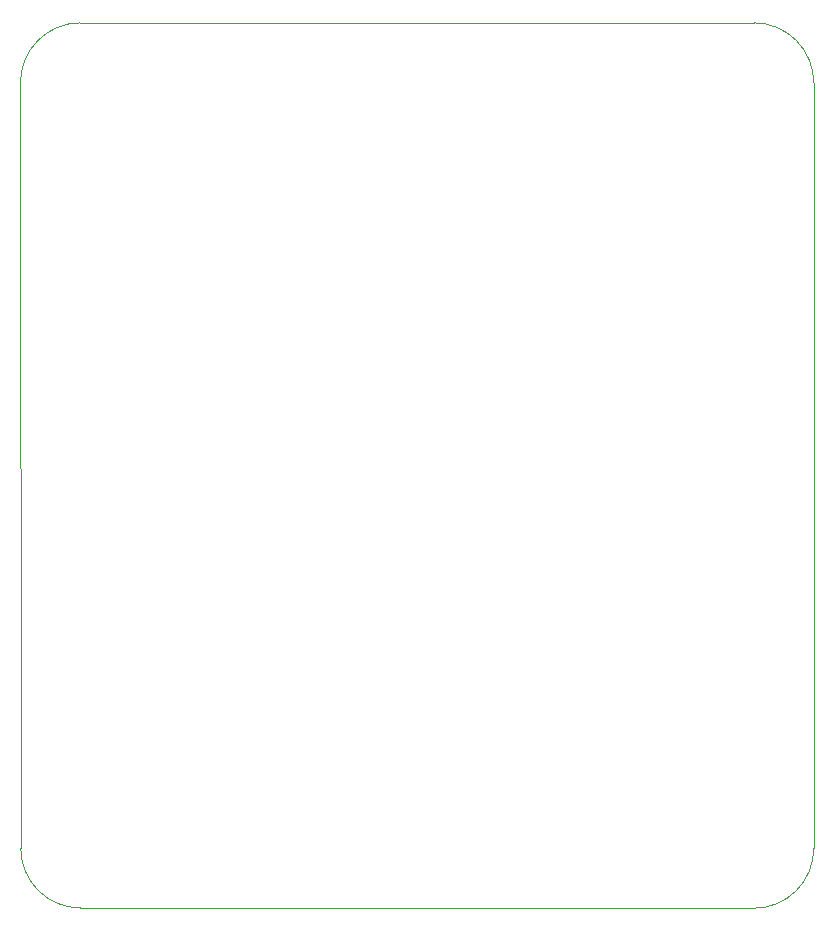
<source format=gbr>
%TF.GenerationSoftware,KiCad,Pcbnew,(6.0.1)*%
%TF.CreationDate,2022-03-22T21:47:25-04:00*%
%TF.ProjectId,Looking Glass,4c6f6f6b-696e-4672-9047-6c6173732e6b,rev?*%
%TF.SameCoordinates,Original*%
%TF.FileFunction,Profile,NP*%
%FSLAX46Y46*%
G04 Gerber Fmt 4.6, Leading zero omitted, Abs format (unit mm)*
G04 Created by KiCad (PCBNEW (6.0.1)) date 2022-03-22 21:47:25*
%MOMM*%
%LPD*%
G01*
G04 APERTURE LIST*
%TA.AperFunction,Profile*%
%ADD10C,0.100000*%
%TD*%
G04 APERTURE END LIST*
D10*
X34877709Y-99618065D02*
G75*
G03*
X29818065Y-104677709I-1J-5059643D01*
G01*
X34877709Y-99618065D02*
X91922291Y-99618065D01*
X91922291Y-174581935D02*
X34900000Y-174559644D01*
X29840356Y-169500000D02*
X29818065Y-104677709D01*
X29840356Y-169500000D02*
G75*
G03*
X34900000Y-174559644I5059643J-1D01*
G01*
X96981935Y-104677709D02*
X96981935Y-169522291D01*
X91922291Y-174581935D02*
G75*
G03*
X96981935Y-169522291I1J5059643D01*
G01*
X96981935Y-104677709D02*
G75*
G03*
X91922291Y-99618065I-5059643J1D01*
G01*
M02*

</source>
